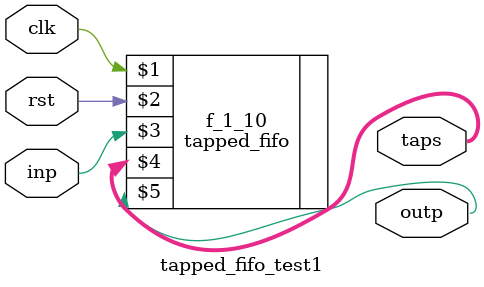
<source format=v>

/*  Concrete parameterizations of tapped FIFO for testing.
 *
 *  Copyright (c) 2016, Stephen Longfield, stephenlongfield.com
 *
 *  This program is free software: you can redistribute it and/or modify
 *  it under the terms of the GNU General Public License as published by
 *  the Free Software Foundation, either version 3 of the License, or
 *  (at your option) any later version.
 *
 *  This program is distributed in the hope that it will be useful,
 *  but WITHOUT ANY WARRANTY; without even the implied warranty of
 *  MERCHANTABILITY or FITNESS FOR A PARTICULAR PURPOSE.  See the
 *  GNU General Public License for more details.
 *
 *  You should have received a copy of the GNU General Public License
 *  along with this program.  If not, see <http://www.gnu.org/licenses/>.
 *
 */

`include "tapped_fifo.v"

module tapped_fifo_test1(
    input clk,
    input rst,
    input  wire inp,
    output wire [9:0] taps,
    output wire outp
  );

  tapped_fifo #(.WIDTH(1), .DEPTH(10)) f_1_10(clk, rst, inp, taps, outp);
endmodule

</source>
